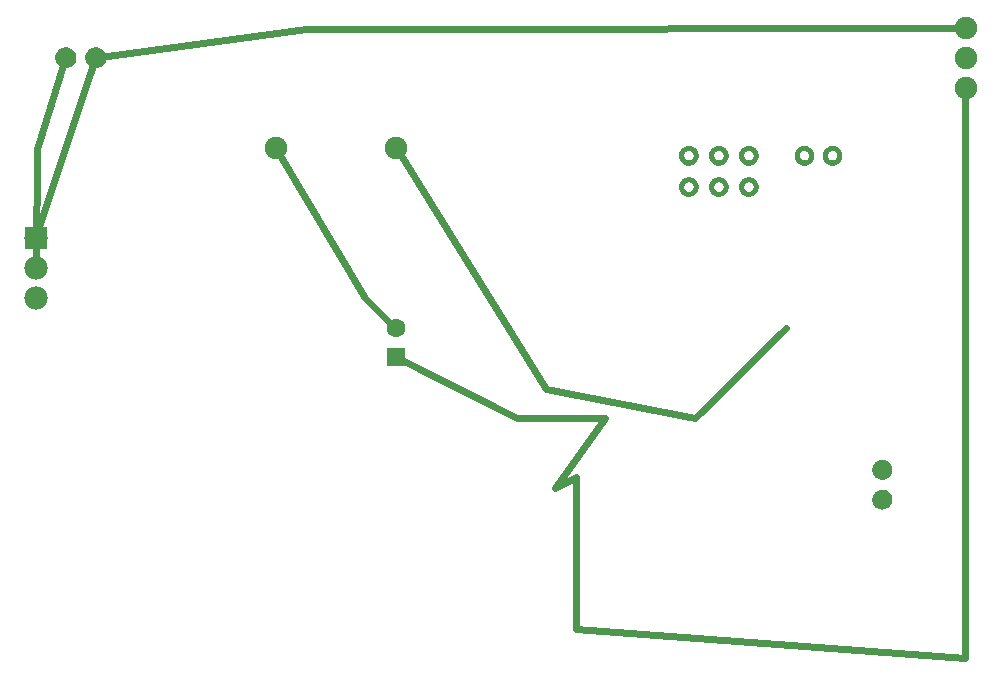
<source format=gbl>
G04 MADE WITH FRITZING*
G04 WWW.FRITZING.ORG*
G04 DOUBLE SIDED*
G04 HOLES PLATED*
G04 CONTOUR ON CENTER OF CONTOUR VECTOR*
%ASAXBY*%
%FSLAX23Y23*%
%MOIN*%
%OFA0B0*%
%SFA1.0B1.0*%
%ADD10C,0.062992*%
%ADD11C,0.070000*%
%ADD12C,0.078000*%
%ADD13C,0.065972*%
%ADD14C,0.075000*%
%ADD15R,0.062992X0.062992*%
%ADD16R,0.078000X0.078000*%
%ADD17C,0.024000*%
%ADD18R,0.001000X0.001000*%
%LNCOPPER0*%
G90*
G70*
G54D10*
X1244Y1057D03*
X1244Y1156D03*
G54D11*
X144Y2056D03*
X244Y2056D03*
G54D12*
X44Y1456D03*
X44Y1356D03*
X44Y1256D03*
G54D13*
X2867Y583D03*
X2867Y682D03*
G54D14*
X3144Y2156D03*
X3144Y2056D03*
X3144Y1956D03*
X844Y1756D03*
X1244Y1756D03*
G54D15*
X1244Y1057D03*
G54D16*
X44Y1456D03*
G54D17*
X946Y2151D02*
X1044Y2151D01*
D02*
X1044Y2151D02*
X1161Y2151D01*
D02*
X1161Y2151D02*
X3127Y2156D01*
D02*
X259Y2058D02*
X946Y2151D01*
D02*
X50Y1474D02*
X240Y2041D01*
D02*
X1141Y1254D02*
X853Y1740D01*
D02*
X1233Y1166D02*
X1141Y1254D01*
D02*
X45Y1375D02*
X49Y1751D01*
D02*
X49Y1751D02*
X140Y2041D01*
D02*
X1844Y659D02*
X1775Y620D01*
D02*
X1941Y854D02*
X1648Y854D01*
D02*
X1775Y620D02*
X1941Y854D01*
D02*
X1844Y152D02*
X1844Y659D01*
D02*
X3141Y1956D02*
X3141Y54D01*
D02*
X3127Y1956D02*
X3141Y1956D01*
D02*
X3141Y54D02*
X1844Y152D01*
D02*
X1648Y854D02*
X1259Y1050D01*
D02*
X1746Y951D02*
X1254Y1741D01*
D02*
X2544Y1156D02*
X2243Y854D01*
D02*
X2243Y854D02*
X1746Y951D01*
G54D18*
X138Y2090D02*
X152Y2090D01*
X238Y2090D02*
X252Y2090D01*
X135Y2089D02*
X155Y2089D01*
X235Y2089D02*
X255Y2089D01*
X132Y2088D02*
X158Y2088D01*
X232Y2088D02*
X258Y2088D01*
X130Y2087D02*
X160Y2087D01*
X230Y2087D02*
X260Y2087D01*
X128Y2086D02*
X162Y2086D01*
X228Y2086D02*
X262Y2086D01*
X126Y2085D02*
X164Y2085D01*
X226Y2085D02*
X264Y2085D01*
X125Y2084D02*
X165Y2084D01*
X225Y2084D02*
X265Y2084D01*
X123Y2083D02*
X166Y2083D01*
X223Y2083D02*
X266Y2083D01*
X122Y2082D02*
X168Y2082D01*
X222Y2082D02*
X268Y2082D01*
X121Y2081D02*
X169Y2081D01*
X221Y2081D02*
X269Y2081D01*
X120Y2080D02*
X170Y2080D01*
X220Y2080D02*
X270Y2080D01*
X119Y2079D02*
X171Y2079D01*
X219Y2079D02*
X271Y2079D01*
X118Y2078D02*
X171Y2078D01*
X218Y2078D02*
X271Y2078D01*
X118Y2077D02*
X172Y2077D01*
X218Y2077D02*
X272Y2077D01*
X117Y2076D02*
X173Y2076D01*
X217Y2076D02*
X273Y2076D01*
X116Y2075D02*
X174Y2075D01*
X216Y2075D02*
X274Y2075D01*
X116Y2074D02*
X174Y2074D01*
X216Y2074D02*
X274Y2074D01*
X115Y2073D02*
X175Y2073D01*
X215Y2073D02*
X275Y2073D01*
X115Y2072D02*
X175Y2072D01*
X215Y2072D02*
X275Y2072D01*
X114Y2071D02*
X176Y2071D01*
X214Y2071D02*
X276Y2071D01*
X114Y2070D02*
X139Y2070D01*
X151Y2070D02*
X176Y2070D01*
X214Y2070D02*
X239Y2070D01*
X251Y2070D02*
X276Y2070D01*
X113Y2069D02*
X137Y2069D01*
X153Y2069D02*
X177Y2069D01*
X213Y2069D02*
X237Y2069D01*
X253Y2069D02*
X277Y2069D01*
X113Y2068D02*
X136Y2068D01*
X154Y2068D02*
X177Y2068D01*
X213Y2068D02*
X236Y2068D01*
X254Y2068D02*
X277Y2068D01*
X112Y2067D02*
X134Y2067D01*
X155Y2067D02*
X177Y2067D01*
X212Y2067D02*
X234Y2067D01*
X255Y2067D02*
X277Y2067D01*
X112Y2066D02*
X133Y2066D01*
X156Y2066D02*
X178Y2066D01*
X212Y2066D02*
X233Y2066D01*
X256Y2066D02*
X278Y2066D01*
X112Y2065D02*
X133Y2065D01*
X157Y2065D02*
X178Y2065D01*
X212Y2065D02*
X233Y2065D01*
X257Y2065D02*
X278Y2065D01*
X112Y2064D02*
X132Y2064D01*
X158Y2064D02*
X178Y2064D01*
X212Y2064D02*
X232Y2064D01*
X258Y2064D02*
X278Y2064D01*
X111Y2063D02*
X131Y2063D01*
X159Y2063D02*
X179Y2063D01*
X211Y2063D02*
X231Y2063D01*
X259Y2063D02*
X279Y2063D01*
X111Y2062D02*
X131Y2062D01*
X159Y2062D02*
X179Y2062D01*
X211Y2062D02*
X231Y2062D01*
X259Y2062D02*
X279Y2062D01*
X111Y2061D02*
X130Y2061D01*
X160Y2061D02*
X179Y2061D01*
X211Y2061D02*
X230Y2061D01*
X260Y2061D02*
X279Y2061D01*
X111Y2060D02*
X130Y2060D01*
X160Y2060D02*
X179Y2060D01*
X211Y2060D02*
X230Y2060D01*
X260Y2060D02*
X279Y2060D01*
X111Y2059D02*
X130Y2059D01*
X160Y2059D02*
X179Y2059D01*
X211Y2059D02*
X230Y2059D01*
X260Y2059D02*
X279Y2059D01*
X111Y2058D02*
X130Y2058D01*
X160Y2058D02*
X179Y2058D01*
X211Y2058D02*
X230Y2058D01*
X260Y2058D02*
X279Y2058D01*
X111Y2057D02*
X130Y2057D01*
X160Y2057D02*
X179Y2057D01*
X210Y2057D02*
X230Y2057D01*
X260Y2057D02*
X279Y2057D01*
X110Y2056D02*
X129Y2056D01*
X160Y2056D02*
X179Y2056D01*
X210Y2056D02*
X229Y2056D01*
X260Y2056D02*
X279Y2056D01*
X110Y2055D02*
X130Y2055D01*
X160Y2055D02*
X179Y2055D01*
X210Y2055D02*
X229Y2055D01*
X260Y2055D02*
X279Y2055D01*
X111Y2054D02*
X130Y2054D01*
X160Y2054D02*
X179Y2054D01*
X211Y2054D02*
X230Y2054D01*
X260Y2054D02*
X279Y2054D01*
X111Y2053D02*
X130Y2053D01*
X160Y2053D02*
X179Y2053D01*
X211Y2053D02*
X230Y2053D01*
X260Y2053D02*
X279Y2053D01*
X111Y2052D02*
X130Y2052D01*
X160Y2052D02*
X179Y2052D01*
X211Y2052D02*
X230Y2052D01*
X260Y2052D02*
X279Y2052D01*
X111Y2051D02*
X130Y2051D01*
X160Y2051D02*
X179Y2051D01*
X211Y2051D02*
X230Y2051D01*
X260Y2051D02*
X279Y2051D01*
X111Y2050D02*
X130Y2050D01*
X159Y2050D02*
X179Y2050D01*
X211Y2050D02*
X230Y2050D01*
X259Y2050D02*
X279Y2050D01*
X111Y2049D02*
X131Y2049D01*
X159Y2049D02*
X179Y2049D01*
X211Y2049D02*
X231Y2049D01*
X259Y2049D02*
X279Y2049D01*
X111Y2048D02*
X132Y2048D01*
X158Y2048D02*
X178Y2048D01*
X211Y2048D02*
X232Y2048D01*
X258Y2048D02*
X278Y2048D01*
X112Y2047D02*
X132Y2047D01*
X158Y2047D02*
X178Y2047D01*
X212Y2047D02*
X232Y2047D01*
X258Y2047D02*
X278Y2047D01*
X112Y2046D02*
X133Y2046D01*
X157Y2046D02*
X178Y2046D01*
X212Y2046D02*
X233Y2046D01*
X257Y2046D02*
X278Y2046D01*
X112Y2045D02*
X134Y2045D01*
X156Y2045D02*
X178Y2045D01*
X212Y2045D02*
X234Y2045D01*
X256Y2045D02*
X277Y2045D01*
X113Y2044D02*
X135Y2044D01*
X155Y2044D02*
X177Y2044D01*
X213Y2044D02*
X235Y2044D01*
X255Y2044D02*
X277Y2044D01*
X113Y2043D02*
X137Y2043D01*
X153Y2043D02*
X177Y2043D01*
X213Y2043D02*
X237Y2043D01*
X253Y2043D02*
X277Y2043D01*
X113Y2042D02*
X138Y2042D01*
X152Y2042D02*
X176Y2042D01*
X213Y2042D02*
X238Y2042D01*
X252Y2042D02*
X276Y2042D01*
X114Y2041D02*
X142Y2041D01*
X147Y2041D02*
X176Y2041D01*
X214Y2041D02*
X242Y2041D01*
X247Y2041D02*
X276Y2041D01*
X114Y2040D02*
X175Y2040D01*
X214Y2040D02*
X275Y2040D01*
X115Y2039D02*
X175Y2039D01*
X215Y2039D02*
X275Y2039D01*
X116Y2038D02*
X174Y2038D01*
X216Y2038D02*
X274Y2038D01*
X116Y2037D02*
X174Y2037D01*
X216Y2037D02*
X274Y2037D01*
X117Y2036D02*
X173Y2036D01*
X217Y2036D02*
X273Y2036D01*
X117Y2035D02*
X172Y2035D01*
X217Y2035D02*
X272Y2035D01*
X118Y2034D02*
X172Y2034D01*
X218Y2034D02*
X272Y2034D01*
X119Y2033D02*
X171Y2033D01*
X219Y2033D02*
X271Y2033D01*
X120Y2032D02*
X170Y2032D01*
X220Y2032D02*
X270Y2032D01*
X121Y2031D02*
X169Y2031D01*
X221Y2031D02*
X269Y2031D01*
X122Y2030D02*
X168Y2030D01*
X222Y2030D02*
X268Y2030D01*
X123Y2029D02*
X167Y2029D01*
X223Y2029D02*
X267Y2029D01*
X124Y2028D02*
X165Y2028D01*
X224Y2028D02*
X265Y2028D01*
X126Y2027D02*
X164Y2027D01*
X226Y2027D02*
X264Y2027D01*
X127Y2026D02*
X162Y2026D01*
X227Y2026D02*
X262Y2026D01*
X129Y2025D02*
X161Y2025D01*
X229Y2025D02*
X261Y2025D01*
X131Y2024D02*
X158Y2024D01*
X231Y2024D02*
X258Y2024D01*
X134Y2023D02*
X156Y2023D01*
X234Y2023D02*
X256Y2023D01*
X137Y2022D02*
X153Y2022D01*
X237Y2022D02*
X253Y2022D01*
X143Y2021D02*
X147Y2021D01*
X243Y2021D02*
X247Y2021D01*
X2216Y1761D02*
X2228Y1761D01*
X2316Y1761D02*
X2328Y1761D01*
X2416Y1761D02*
X2428Y1761D01*
X2601Y1761D02*
X2613Y1761D01*
X2695Y1761D02*
X2707Y1761D01*
X2212Y1760D02*
X2232Y1760D01*
X2312Y1760D02*
X2332Y1760D01*
X2412Y1760D02*
X2431Y1760D01*
X2597Y1760D02*
X2617Y1760D01*
X2691Y1760D02*
X2711Y1760D01*
X2209Y1759D02*
X2234Y1759D01*
X2309Y1759D02*
X2334Y1759D01*
X2409Y1759D02*
X2434Y1759D01*
X2595Y1759D02*
X2620Y1759D01*
X2689Y1759D02*
X2713Y1759D01*
X2207Y1758D02*
X2236Y1758D01*
X2307Y1758D02*
X2336Y1758D01*
X2407Y1758D02*
X2436Y1758D01*
X2593Y1758D02*
X2622Y1758D01*
X2686Y1758D02*
X2715Y1758D01*
X2205Y1757D02*
X2238Y1757D01*
X2305Y1757D02*
X2338Y1757D01*
X2405Y1757D02*
X2438Y1757D01*
X2591Y1757D02*
X2623Y1757D01*
X2685Y1757D02*
X2717Y1757D01*
X2204Y1756D02*
X2240Y1756D01*
X2304Y1756D02*
X2340Y1756D01*
X2404Y1756D02*
X2440Y1756D01*
X2589Y1756D02*
X2625Y1756D01*
X2683Y1756D02*
X2719Y1756D01*
X2202Y1755D02*
X2241Y1755D01*
X2302Y1755D02*
X2341Y1755D01*
X2402Y1755D02*
X2441Y1755D01*
X2588Y1755D02*
X2627Y1755D01*
X2682Y1755D02*
X2720Y1755D01*
X2201Y1754D02*
X2243Y1754D01*
X2301Y1754D02*
X2343Y1754D01*
X2401Y1754D02*
X2442Y1754D01*
X2586Y1754D02*
X2628Y1754D01*
X2680Y1754D02*
X2722Y1754D01*
X2200Y1753D02*
X2244Y1753D01*
X2300Y1753D02*
X2344Y1753D01*
X2400Y1753D02*
X2444Y1753D01*
X2585Y1753D02*
X2629Y1753D01*
X2679Y1753D02*
X2723Y1753D01*
X2199Y1752D02*
X2245Y1752D01*
X2299Y1752D02*
X2345Y1752D01*
X2399Y1752D02*
X2445Y1752D01*
X2584Y1752D02*
X2630Y1752D01*
X2678Y1752D02*
X2724Y1752D01*
X2198Y1751D02*
X2246Y1751D01*
X2298Y1751D02*
X2346Y1751D01*
X2398Y1751D02*
X2446Y1751D01*
X2583Y1751D02*
X2631Y1751D01*
X2677Y1751D02*
X2725Y1751D01*
X2197Y1750D02*
X2247Y1750D01*
X2297Y1750D02*
X2346Y1750D01*
X2397Y1750D02*
X2446Y1750D01*
X2582Y1750D02*
X2632Y1750D01*
X2676Y1750D02*
X2726Y1750D01*
X2196Y1749D02*
X2247Y1749D01*
X2296Y1749D02*
X2347Y1749D01*
X2396Y1749D02*
X2447Y1749D01*
X2582Y1749D02*
X2633Y1749D01*
X2675Y1749D02*
X2726Y1749D01*
X2196Y1748D02*
X2248Y1748D01*
X2296Y1748D02*
X2348Y1748D01*
X2396Y1748D02*
X2448Y1748D01*
X2581Y1748D02*
X2633Y1748D01*
X2675Y1748D02*
X2727Y1748D01*
X2195Y1747D02*
X2249Y1747D01*
X2295Y1747D02*
X2349Y1747D01*
X2395Y1747D02*
X2449Y1747D01*
X2580Y1747D02*
X2634Y1747D01*
X2674Y1747D02*
X2728Y1747D01*
X2194Y1746D02*
X2249Y1746D01*
X2294Y1746D02*
X2349Y1746D01*
X2394Y1746D02*
X2449Y1746D01*
X2580Y1746D02*
X2635Y1746D01*
X2673Y1746D02*
X2728Y1746D01*
X2194Y1745D02*
X2250Y1745D01*
X2294Y1745D02*
X2350Y1745D01*
X2394Y1745D02*
X2450Y1745D01*
X2579Y1745D02*
X2635Y1745D01*
X2673Y1745D02*
X2729Y1745D01*
X2193Y1744D02*
X2217Y1744D01*
X2226Y1744D02*
X2250Y1744D01*
X2293Y1744D02*
X2317Y1744D01*
X2326Y1744D02*
X2350Y1744D01*
X2393Y1744D02*
X2417Y1744D01*
X2426Y1744D02*
X2450Y1744D01*
X2579Y1744D02*
X2603Y1744D01*
X2612Y1744D02*
X2636Y1744D01*
X2672Y1744D02*
X2697Y1744D01*
X2705Y1744D02*
X2729Y1744D01*
X2193Y1743D02*
X2215Y1743D01*
X2229Y1743D02*
X2251Y1743D01*
X2293Y1743D02*
X2315Y1743D01*
X2329Y1743D02*
X2351Y1743D01*
X2393Y1743D02*
X2415Y1743D01*
X2429Y1743D02*
X2451Y1743D01*
X2578Y1743D02*
X2600Y1743D01*
X2614Y1743D02*
X2636Y1743D01*
X2672Y1743D02*
X2694Y1743D01*
X2708Y1743D02*
X2730Y1743D01*
X2192Y1742D02*
X2213Y1742D01*
X2231Y1742D02*
X2251Y1742D01*
X2292Y1742D02*
X2313Y1742D01*
X2331Y1742D02*
X2351Y1742D01*
X2392Y1742D02*
X2413Y1742D01*
X2431Y1742D02*
X2451Y1742D01*
X2578Y1742D02*
X2598Y1742D01*
X2616Y1742D02*
X2637Y1742D01*
X2671Y1742D02*
X2692Y1742D01*
X2710Y1742D02*
X2730Y1742D01*
X2192Y1741D02*
X2212Y1741D01*
X2232Y1741D02*
X2252Y1741D01*
X2292Y1741D02*
X2312Y1741D01*
X2332Y1741D02*
X2352Y1741D01*
X2392Y1741D02*
X2412Y1741D01*
X2432Y1741D02*
X2452Y1741D01*
X2577Y1741D02*
X2597Y1741D01*
X2617Y1741D02*
X2637Y1741D01*
X2671Y1741D02*
X2691Y1741D01*
X2711Y1741D02*
X2731Y1741D01*
X2191Y1740D02*
X2210Y1740D01*
X2233Y1740D02*
X2252Y1740D01*
X2291Y1740D02*
X2310Y1740D01*
X2333Y1740D02*
X2352Y1740D01*
X2391Y1740D02*
X2410Y1740D01*
X2433Y1740D02*
X2452Y1740D01*
X2577Y1740D02*
X2596Y1740D01*
X2619Y1740D02*
X2638Y1740D01*
X2671Y1740D02*
X2690Y1740D01*
X2712Y1740D02*
X2731Y1740D01*
X2191Y1739D02*
X2210Y1739D01*
X2234Y1739D02*
X2252Y1739D01*
X2291Y1739D02*
X2310Y1739D01*
X2334Y1739D02*
X2352Y1739D01*
X2391Y1739D02*
X2410Y1739D01*
X2434Y1739D02*
X2452Y1739D01*
X2576Y1739D02*
X2595Y1739D01*
X2619Y1739D02*
X2638Y1739D01*
X2670Y1739D02*
X2689Y1739D01*
X2713Y1739D02*
X2732Y1739D01*
X2191Y1738D02*
X2209Y1738D01*
X2235Y1738D02*
X2253Y1738D01*
X2291Y1738D02*
X2309Y1738D01*
X2335Y1738D02*
X2353Y1738D01*
X2391Y1738D02*
X2409Y1738D01*
X2435Y1738D02*
X2453Y1738D01*
X2576Y1738D02*
X2594Y1738D01*
X2620Y1738D02*
X2638Y1738D01*
X2670Y1738D02*
X2688Y1738D01*
X2714Y1738D02*
X2732Y1738D01*
X2191Y1737D02*
X2208Y1737D01*
X2236Y1737D02*
X2253Y1737D01*
X2291Y1737D02*
X2308Y1737D01*
X2336Y1737D02*
X2353Y1737D01*
X2390Y1737D02*
X2408Y1737D01*
X2436Y1737D02*
X2453Y1737D01*
X2576Y1737D02*
X2593Y1737D01*
X2621Y1737D02*
X2638Y1737D01*
X2670Y1737D02*
X2687Y1737D01*
X2715Y1737D02*
X2732Y1737D01*
X2190Y1736D02*
X2207Y1736D01*
X2236Y1736D02*
X2253Y1736D01*
X2290Y1736D02*
X2307Y1736D01*
X2336Y1736D02*
X2353Y1736D01*
X2390Y1736D02*
X2407Y1736D01*
X2436Y1736D02*
X2453Y1736D01*
X2576Y1736D02*
X2593Y1736D01*
X2622Y1736D02*
X2639Y1736D01*
X2669Y1736D02*
X2686Y1736D01*
X2715Y1736D02*
X2732Y1736D01*
X2190Y1735D02*
X2207Y1735D01*
X2237Y1735D02*
X2254Y1735D01*
X2290Y1735D02*
X2307Y1735D01*
X2337Y1735D02*
X2354Y1735D01*
X2390Y1735D02*
X2407Y1735D01*
X2437Y1735D02*
X2454Y1735D01*
X2575Y1735D02*
X2592Y1735D01*
X2622Y1735D02*
X2639Y1735D01*
X2669Y1735D02*
X2686Y1735D01*
X2716Y1735D02*
X2733Y1735D01*
X2190Y1734D02*
X2206Y1734D01*
X2237Y1734D02*
X2254Y1734D01*
X2290Y1734D02*
X2306Y1734D01*
X2337Y1734D02*
X2354Y1734D01*
X2390Y1734D02*
X2406Y1734D01*
X2437Y1734D02*
X2454Y1734D01*
X2575Y1734D02*
X2592Y1734D01*
X2623Y1734D02*
X2639Y1734D01*
X2669Y1734D02*
X2686Y1734D01*
X2716Y1734D02*
X2733Y1734D01*
X2190Y1733D02*
X2206Y1733D01*
X2237Y1733D02*
X2254Y1733D01*
X2290Y1733D02*
X2306Y1733D01*
X2337Y1733D02*
X2354Y1733D01*
X2390Y1733D02*
X2406Y1733D01*
X2437Y1733D02*
X2454Y1733D01*
X2575Y1733D02*
X2592Y1733D01*
X2623Y1733D02*
X2639Y1733D01*
X2669Y1733D02*
X2685Y1733D01*
X2717Y1733D02*
X2733Y1733D01*
X2190Y1732D02*
X2206Y1732D01*
X2238Y1732D02*
X2254Y1732D01*
X2290Y1732D02*
X2306Y1732D01*
X2338Y1732D02*
X2354Y1732D01*
X2389Y1732D02*
X2406Y1732D01*
X2438Y1732D02*
X2454Y1732D01*
X2575Y1732D02*
X2591Y1732D01*
X2623Y1732D02*
X2639Y1732D01*
X2669Y1732D02*
X2685Y1732D01*
X2717Y1732D02*
X2733Y1732D01*
X2189Y1731D02*
X2206Y1731D01*
X2238Y1731D02*
X2254Y1731D01*
X2289Y1731D02*
X2306Y1731D01*
X2338Y1731D02*
X2354Y1731D01*
X2389Y1731D02*
X2406Y1731D01*
X2438Y1731D02*
X2454Y1731D01*
X2575Y1731D02*
X2591Y1731D01*
X2623Y1731D02*
X2640Y1731D01*
X2669Y1731D02*
X2685Y1731D01*
X2717Y1731D02*
X2733Y1731D01*
X2189Y1730D02*
X2206Y1730D01*
X2238Y1730D02*
X2254Y1730D01*
X2289Y1730D02*
X2306Y1730D01*
X2338Y1730D02*
X2354Y1730D01*
X2389Y1730D02*
X2406Y1730D01*
X2438Y1730D02*
X2454Y1730D01*
X2575Y1730D02*
X2591Y1730D01*
X2623Y1730D02*
X2640Y1730D01*
X2669Y1730D02*
X2685Y1730D01*
X2717Y1730D02*
X2733Y1730D01*
X2189Y1729D02*
X2206Y1729D01*
X2238Y1729D02*
X2254Y1729D01*
X2289Y1729D02*
X2306Y1729D01*
X2338Y1729D02*
X2354Y1729D01*
X2389Y1729D02*
X2406Y1729D01*
X2438Y1729D02*
X2454Y1729D01*
X2575Y1729D02*
X2591Y1729D01*
X2623Y1729D02*
X2640Y1729D01*
X2668Y1729D02*
X2685Y1729D01*
X2717Y1729D02*
X2733Y1729D01*
X2189Y1728D02*
X2206Y1728D01*
X2238Y1728D02*
X2254Y1728D01*
X2289Y1728D02*
X2306Y1728D01*
X2338Y1728D02*
X2354Y1728D01*
X2389Y1728D02*
X2406Y1728D01*
X2438Y1728D02*
X2454Y1728D01*
X2575Y1728D02*
X2591Y1728D01*
X2623Y1728D02*
X2640Y1728D01*
X2668Y1728D02*
X2685Y1728D01*
X2717Y1728D02*
X2733Y1728D01*
X2189Y1727D02*
X2206Y1727D01*
X2238Y1727D02*
X2254Y1727D01*
X2289Y1727D02*
X2306Y1727D01*
X2338Y1727D02*
X2354Y1727D01*
X2389Y1727D02*
X2406Y1727D01*
X2438Y1727D02*
X2454Y1727D01*
X2575Y1727D02*
X2591Y1727D01*
X2623Y1727D02*
X2640Y1727D01*
X2669Y1727D02*
X2685Y1727D01*
X2717Y1727D02*
X2733Y1727D01*
X2189Y1726D02*
X2206Y1726D01*
X2238Y1726D02*
X2254Y1726D01*
X2289Y1726D02*
X2306Y1726D01*
X2338Y1726D02*
X2354Y1726D01*
X2389Y1726D02*
X2406Y1726D01*
X2438Y1726D02*
X2454Y1726D01*
X2575Y1726D02*
X2591Y1726D01*
X2623Y1726D02*
X2640Y1726D01*
X2669Y1726D02*
X2685Y1726D01*
X2717Y1726D02*
X2733Y1726D01*
X2190Y1725D02*
X2206Y1725D01*
X2238Y1725D02*
X2254Y1725D01*
X2290Y1725D02*
X2306Y1725D01*
X2338Y1725D02*
X2354Y1725D01*
X2390Y1725D02*
X2406Y1725D01*
X2438Y1725D02*
X2454Y1725D01*
X2575Y1725D02*
X2591Y1725D01*
X2623Y1725D02*
X2639Y1725D01*
X2669Y1725D02*
X2685Y1725D01*
X2717Y1725D02*
X2733Y1725D01*
X2190Y1724D02*
X2206Y1724D01*
X2237Y1724D02*
X2254Y1724D01*
X2290Y1724D02*
X2306Y1724D01*
X2337Y1724D02*
X2354Y1724D01*
X2390Y1724D02*
X2406Y1724D01*
X2437Y1724D02*
X2454Y1724D01*
X2575Y1724D02*
X2592Y1724D01*
X2623Y1724D02*
X2639Y1724D01*
X2669Y1724D02*
X2685Y1724D01*
X2716Y1724D02*
X2733Y1724D01*
X2190Y1723D02*
X2207Y1723D01*
X2237Y1723D02*
X2254Y1723D01*
X2290Y1723D02*
X2307Y1723D01*
X2337Y1723D02*
X2354Y1723D01*
X2390Y1723D02*
X2407Y1723D01*
X2437Y1723D02*
X2454Y1723D01*
X2575Y1723D02*
X2592Y1723D01*
X2622Y1723D02*
X2639Y1723D01*
X2669Y1723D02*
X2686Y1723D01*
X2716Y1723D02*
X2733Y1723D01*
X2190Y1722D02*
X2207Y1722D01*
X2236Y1722D02*
X2253Y1722D01*
X2290Y1722D02*
X2307Y1722D01*
X2336Y1722D02*
X2353Y1722D01*
X2390Y1722D02*
X2407Y1722D01*
X2436Y1722D02*
X2453Y1722D01*
X2576Y1722D02*
X2593Y1722D01*
X2622Y1722D02*
X2639Y1722D01*
X2669Y1722D02*
X2686Y1722D01*
X2716Y1722D02*
X2733Y1722D01*
X2190Y1721D02*
X2208Y1721D01*
X2236Y1721D02*
X2253Y1721D01*
X2290Y1721D02*
X2308Y1721D01*
X2336Y1721D02*
X2353Y1721D01*
X2390Y1721D02*
X2408Y1721D01*
X2436Y1721D02*
X2453Y1721D01*
X2576Y1721D02*
X2593Y1721D01*
X2621Y1721D02*
X2639Y1721D01*
X2670Y1721D02*
X2687Y1721D01*
X2715Y1721D02*
X2732Y1721D01*
X2191Y1720D02*
X2208Y1720D01*
X2235Y1720D02*
X2253Y1720D01*
X2291Y1720D02*
X2308Y1720D01*
X2335Y1720D02*
X2353Y1720D01*
X2391Y1720D02*
X2408Y1720D01*
X2435Y1720D02*
X2453Y1720D01*
X2576Y1720D02*
X2594Y1720D01*
X2621Y1720D02*
X2638Y1720D01*
X2670Y1720D02*
X2687Y1720D01*
X2714Y1720D02*
X2732Y1720D01*
X2191Y1719D02*
X2209Y1719D01*
X2234Y1719D02*
X2253Y1719D01*
X2291Y1719D02*
X2309Y1719D01*
X2334Y1719D02*
X2353Y1719D01*
X2391Y1719D02*
X2409Y1719D01*
X2434Y1719D02*
X2453Y1719D01*
X2576Y1719D02*
X2595Y1719D01*
X2620Y1719D02*
X2638Y1719D01*
X2670Y1719D02*
X2688Y1719D01*
X2714Y1719D02*
X2732Y1719D01*
X2191Y1718D02*
X2210Y1718D01*
X2234Y1718D02*
X2252Y1718D01*
X2291Y1718D02*
X2310Y1718D01*
X2334Y1718D02*
X2352Y1718D01*
X2391Y1718D02*
X2410Y1718D01*
X2434Y1718D02*
X2452Y1718D01*
X2577Y1718D02*
X2595Y1718D01*
X2619Y1718D02*
X2638Y1718D01*
X2670Y1718D02*
X2689Y1718D01*
X2713Y1718D02*
X2731Y1718D01*
X2192Y1717D02*
X2211Y1717D01*
X2232Y1717D02*
X2252Y1717D01*
X2292Y1717D02*
X2311Y1717D01*
X2332Y1717D02*
X2352Y1717D01*
X2392Y1717D02*
X2411Y1717D01*
X2432Y1717D02*
X2452Y1717D01*
X2577Y1717D02*
X2597Y1717D01*
X2618Y1717D02*
X2637Y1717D01*
X2671Y1717D02*
X2690Y1717D01*
X2712Y1717D02*
X2731Y1717D01*
X2192Y1716D02*
X2212Y1716D01*
X2231Y1716D02*
X2252Y1716D01*
X2292Y1716D02*
X2312Y1716D01*
X2331Y1716D02*
X2352Y1716D01*
X2392Y1716D02*
X2412Y1716D01*
X2431Y1716D02*
X2452Y1716D01*
X2577Y1716D02*
X2598Y1716D01*
X2617Y1716D02*
X2637Y1716D01*
X2671Y1716D02*
X2691Y1716D01*
X2710Y1716D02*
X2731Y1716D01*
X2193Y1715D02*
X2214Y1715D01*
X2230Y1715D02*
X2251Y1715D01*
X2293Y1715D02*
X2314Y1715D01*
X2330Y1715D02*
X2351Y1715D01*
X2393Y1715D02*
X2414Y1715D01*
X2430Y1715D02*
X2451Y1715D01*
X2578Y1715D02*
X2599Y1715D01*
X2615Y1715D02*
X2636Y1715D01*
X2672Y1715D02*
X2693Y1715D01*
X2709Y1715D02*
X2730Y1715D01*
X2193Y1714D02*
X2216Y1714D01*
X2228Y1714D02*
X2251Y1714D01*
X2293Y1714D02*
X2316Y1714D01*
X2328Y1714D02*
X2351Y1714D01*
X2393Y1714D02*
X2416Y1714D01*
X2428Y1714D02*
X2451Y1714D01*
X2578Y1714D02*
X2601Y1714D01*
X2613Y1714D02*
X2636Y1714D01*
X2672Y1714D02*
X2695Y1714D01*
X2707Y1714D02*
X2730Y1714D01*
X2194Y1713D02*
X2250Y1713D01*
X2294Y1713D02*
X2350Y1713D01*
X2394Y1713D02*
X2450Y1713D01*
X2579Y1713D02*
X2635Y1713D01*
X2673Y1713D02*
X2729Y1713D01*
X2194Y1712D02*
X2250Y1712D01*
X2294Y1712D02*
X2350Y1712D01*
X2394Y1712D02*
X2449Y1712D01*
X2579Y1712D02*
X2635Y1712D01*
X2673Y1712D02*
X2729Y1712D01*
X2195Y1711D02*
X2249Y1711D01*
X2295Y1711D02*
X2349Y1711D01*
X2395Y1711D02*
X2449Y1711D01*
X2580Y1711D02*
X2634Y1711D01*
X2674Y1711D02*
X2728Y1711D01*
X2195Y1710D02*
X2248Y1710D01*
X2295Y1710D02*
X2348Y1710D01*
X2395Y1710D02*
X2448Y1710D01*
X2581Y1710D02*
X2634Y1710D01*
X2674Y1710D02*
X2727Y1710D01*
X2196Y1709D02*
X2248Y1709D01*
X2296Y1709D02*
X2348Y1709D01*
X2396Y1709D02*
X2448Y1709D01*
X2581Y1709D02*
X2633Y1709D01*
X2675Y1709D02*
X2727Y1709D01*
X2197Y1708D02*
X2247Y1708D01*
X2297Y1708D02*
X2347Y1708D01*
X2397Y1708D02*
X2447Y1708D01*
X2582Y1708D02*
X2632Y1708D01*
X2676Y1708D02*
X2726Y1708D01*
X2198Y1707D02*
X2246Y1707D01*
X2298Y1707D02*
X2346Y1707D01*
X2398Y1707D02*
X2446Y1707D01*
X2583Y1707D02*
X2631Y1707D01*
X2677Y1707D02*
X2725Y1707D01*
X2199Y1706D02*
X2245Y1706D01*
X2299Y1706D02*
X2345Y1706D01*
X2398Y1706D02*
X2445Y1706D01*
X2584Y1706D02*
X2630Y1706D01*
X2678Y1706D02*
X2724Y1706D01*
X2200Y1705D02*
X2244Y1705D01*
X2300Y1705D02*
X2344Y1705D01*
X2399Y1705D02*
X2444Y1705D01*
X2585Y1705D02*
X2629Y1705D01*
X2679Y1705D02*
X2723Y1705D01*
X2201Y1704D02*
X2243Y1704D01*
X2301Y1704D02*
X2343Y1704D01*
X2401Y1704D02*
X2443Y1704D01*
X2586Y1704D02*
X2628Y1704D01*
X2680Y1704D02*
X2722Y1704D01*
X2202Y1703D02*
X2242Y1703D01*
X2302Y1703D02*
X2342Y1703D01*
X2402Y1703D02*
X2442Y1703D01*
X2587Y1703D02*
X2627Y1703D01*
X2681Y1703D02*
X2721Y1703D01*
X2203Y1702D02*
X2240Y1702D01*
X2303Y1702D02*
X2340Y1702D01*
X2403Y1702D02*
X2440Y1702D01*
X2589Y1702D02*
X2626Y1702D01*
X2682Y1702D02*
X2719Y1702D01*
X2205Y1701D02*
X2239Y1701D01*
X2305Y1701D02*
X2339Y1701D01*
X2405Y1701D02*
X2439Y1701D01*
X2590Y1701D02*
X2624Y1701D01*
X2684Y1701D02*
X2718Y1701D01*
X2207Y1700D02*
X2237Y1700D01*
X2307Y1700D02*
X2337Y1700D01*
X2407Y1700D02*
X2437Y1700D01*
X2592Y1700D02*
X2622Y1700D01*
X2686Y1700D02*
X2716Y1700D01*
X2209Y1699D02*
X2235Y1699D01*
X2309Y1699D02*
X2335Y1699D01*
X2409Y1699D02*
X2435Y1699D01*
X2594Y1699D02*
X2620Y1699D01*
X2688Y1699D02*
X2714Y1699D01*
X2211Y1698D02*
X2233Y1698D01*
X2311Y1698D02*
X2333Y1698D01*
X2411Y1698D02*
X2433Y1698D01*
X2596Y1698D02*
X2618Y1698D01*
X2690Y1698D02*
X2712Y1698D01*
X2214Y1697D02*
X2229Y1697D01*
X2314Y1697D02*
X2329Y1697D01*
X2414Y1697D02*
X2429Y1697D01*
X2600Y1697D02*
X2615Y1697D01*
X2693Y1697D02*
X2709Y1697D01*
X2219Y1696D02*
X2224Y1696D01*
X2319Y1696D02*
X2324Y1696D01*
X2419Y1696D02*
X2424Y1696D01*
X2605Y1696D02*
X2610Y1696D01*
X2698Y1696D02*
X2704Y1696D01*
X2216Y1657D02*
X2227Y1657D01*
X2316Y1657D02*
X2327Y1657D01*
X2416Y1657D02*
X2427Y1657D01*
X2213Y1656D02*
X2231Y1656D01*
X2313Y1656D02*
X2331Y1656D01*
X2413Y1656D02*
X2431Y1656D01*
X2210Y1655D02*
X2234Y1655D01*
X2310Y1655D02*
X2334Y1655D01*
X2410Y1655D02*
X2434Y1655D01*
X2208Y1654D02*
X2236Y1654D01*
X2308Y1654D02*
X2336Y1654D01*
X2408Y1654D02*
X2436Y1654D01*
X2206Y1653D02*
X2238Y1653D01*
X2306Y1653D02*
X2338Y1653D01*
X2406Y1653D02*
X2438Y1653D01*
X2204Y1652D02*
X2240Y1652D01*
X2304Y1652D02*
X2340Y1652D01*
X2404Y1652D02*
X2440Y1652D01*
X2203Y1651D02*
X2241Y1651D01*
X2303Y1651D02*
X2341Y1651D01*
X2403Y1651D02*
X2441Y1651D01*
X2201Y1650D02*
X2242Y1650D01*
X2301Y1650D02*
X2342Y1650D01*
X2401Y1650D02*
X2442Y1650D01*
X2200Y1649D02*
X2243Y1649D01*
X2300Y1649D02*
X2343Y1649D01*
X2400Y1649D02*
X2443Y1649D01*
X2199Y1648D02*
X2245Y1648D01*
X2299Y1648D02*
X2345Y1648D01*
X2399Y1648D02*
X2445Y1648D01*
X2198Y1647D02*
X2245Y1647D01*
X2298Y1647D02*
X2345Y1647D01*
X2398Y1647D02*
X2445Y1647D01*
X2197Y1646D02*
X2246Y1646D01*
X2297Y1646D02*
X2346Y1646D01*
X2397Y1646D02*
X2446Y1646D01*
X2196Y1645D02*
X2247Y1645D01*
X2296Y1645D02*
X2347Y1645D01*
X2396Y1645D02*
X2447Y1645D01*
X2196Y1644D02*
X2248Y1644D01*
X2296Y1644D02*
X2348Y1644D01*
X2396Y1644D02*
X2448Y1644D01*
X2195Y1643D02*
X2249Y1643D01*
X2295Y1643D02*
X2349Y1643D01*
X2395Y1643D02*
X2449Y1643D01*
X2194Y1642D02*
X2249Y1642D01*
X2294Y1642D02*
X2349Y1642D01*
X2394Y1642D02*
X2449Y1642D01*
X2194Y1641D02*
X2250Y1641D01*
X2294Y1641D02*
X2350Y1641D01*
X2394Y1641D02*
X2450Y1641D01*
X2193Y1640D02*
X2218Y1640D01*
X2226Y1640D02*
X2250Y1640D01*
X2293Y1640D02*
X2318Y1640D01*
X2326Y1640D02*
X2350Y1640D01*
X2393Y1640D02*
X2418Y1640D01*
X2426Y1640D02*
X2450Y1640D01*
X2193Y1639D02*
X2215Y1639D01*
X2229Y1639D02*
X2251Y1639D01*
X2293Y1639D02*
X2315Y1639D01*
X2329Y1639D02*
X2351Y1639D01*
X2393Y1639D02*
X2415Y1639D01*
X2429Y1639D02*
X2451Y1639D01*
X2192Y1638D02*
X2213Y1638D01*
X2231Y1638D02*
X2251Y1638D01*
X2292Y1638D02*
X2313Y1638D01*
X2331Y1638D02*
X2351Y1638D01*
X2392Y1638D02*
X2413Y1638D01*
X2431Y1638D02*
X2451Y1638D01*
X2192Y1637D02*
X2212Y1637D01*
X2232Y1637D02*
X2252Y1637D01*
X2292Y1637D02*
X2312Y1637D01*
X2332Y1637D02*
X2352Y1637D01*
X2392Y1637D02*
X2412Y1637D01*
X2432Y1637D02*
X2452Y1637D01*
X2192Y1636D02*
X2211Y1636D01*
X2233Y1636D02*
X2252Y1636D01*
X2292Y1636D02*
X2311Y1636D01*
X2333Y1636D02*
X2352Y1636D01*
X2392Y1636D02*
X2411Y1636D01*
X2433Y1636D02*
X2452Y1636D01*
X2191Y1635D02*
X2210Y1635D01*
X2234Y1635D02*
X2252Y1635D01*
X2291Y1635D02*
X2310Y1635D01*
X2334Y1635D02*
X2352Y1635D01*
X2391Y1635D02*
X2410Y1635D01*
X2434Y1635D02*
X2452Y1635D01*
X2191Y1634D02*
X2209Y1634D01*
X2235Y1634D02*
X2253Y1634D01*
X2291Y1634D02*
X2309Y1634D01*
X2335Y1634D02*
X2353Y1634D01*
X2391Y1634D02*
X2409Y1634D01*
X2435Y1634D02*
X2453Y1634D01*
X2191Y1633D02*
X2208Y1633D01*
X2236Y1633D02*
X2253Y1633D01*
X2291Y1633D02*
X2308Y1633D01*
X2336Y1633D02*
X2353Y1633D01*
X2391Y1633D02*
X2408Y1633D01*
X2436Y1633D02*
X2453Y1633D01*
X2190Y1632D02*
X2207Y1632D01*
X2236Y1632D02*
X2253Y1632D01*
X2290Y1632D02*
X2307Y1632D01*
X2336Y1632D02*
X2353Y1632D01*
X2390Y1632D02*
X2407Y1632D01*
X2436Y1632D02*
X2453Y1632D01*
X2190Y1631D02*
X2207Y1631D01*
X2237Y1631D02*
X2254Y1631D01*
X2290Y1631D02*
X2307Y1631D01*
X2337Y1631D02*
X2354Y1631D01*
X2390Y1631D02*
X2407Y1631D01*
X2437Y1631D02*
X2454Y1631D01*
X2190Y1630D02*
X2207Y1630D01*
X2237Y1630D02*
X2254Y1630D01*
X2290Y1630D02*
X2307Y1630D01*
X2337Y1630D02*
X2354Y1630D01*
X2390Y1630D02*
X2407Y1630D01*
X2437Y1630D02*
X2454Y1630D01*
X2190Y1629D02*
X2206Y1629D01*
X2237Y1629D02*
X2254Y1629D01*
X2290Y1629D02*
X2306Y1629D01*
X2337Y1629D02*
X2354Y1629D01*
X2390Y1629D02*
X2406Y1629D01*
X2437Y1629D02*
X2454Y1629D01*
X2190Y1628D02*
X2206Y1628D01*
X2238Y1628D02*
X2254Y1628D01*
X2290Y1628D02*
X2306Y1628D01*
X2338Y1628D02*
X2354Y1628D01*
X2390Y1628D02*
X2406Y1628D01*
X2438Y1628D02*
X2454Y1628D01*
X2189Y1627D02*
X2206Y1627D01*
X2238Y1627D02*
X2254Y1627D01*
X2289Y1627D02*
X2306Y1627D01*
X2338Y1627D02*
X2354Y1627D01*
X2389Y1627D02*
X2406Y1627D01*
X2438Y1627D02*
X2454Y1627D01*
X2189Y1626D02*
X2206Y1626D01*
X2238Y1626D02*
X2254Y1626D01*
X2289Y1626D02*
X2306Y1626D01*
X2338Y1626D02*
X2354Y1626D01*
X2389Y1626D02*
X2406Y1626D01*
X2438Y1626D02*
X2454Y1626D01*
X2189Y1625D02*
X2206Y1625D01*
X2238Y1625D02*
X2254Y1625D01*
X2289Y1625D02*
X2306Y1625D01*
X2338Y1625D02*
X2354Y1625D01*
X2389Y1625D02*
X2406Y1625D01*
X2438Y1625D02*
X2454Y1625D01*
X2189Y1624D02*
X2206Y1624D01*
X2238Y1624D02*
X2254Y1624D01*
X2289Y1624D02*
X2306Y1624D01*
X2338Y1624D02*
X2354Y1624D01*
X2389Y1624D02*
X2406Y1624D01*
X2438Y1624D02*
X2454Y1624D01*
X2189Y1623D02*
X2206Y1623D01*
X2238Y1623D02*
X2254Y1623D01*
X2289Y1623D02*
X2306Y1623D01*
X2338Y1623D02*
X2354Y1623D01*
X2389Y1623D02*
X2406Y1623D01*
X2438Y1623D02*
X2454Y1623D01*
X2189Y1622D02*
X2206Y1622D01*
X2238Y1622D02*
X2254Y1622D01*
X2289Y1622D02*
X2306Y1622D01*
X2338Y1622D02*
X2354Y1622D01*
X2389Y1622D02*
X2406Y1622D01*
X2438Y1622D02*
X2454Y1622D01*
X2190Y1621D02*
X2206Y1621D01*
X2238Y1621D02*
X2254Y1621D01*
X2290Y1621D02*
X2306Y1621D01*
X2338Y1621D02*
X2354Y1621D01*
X2390Y1621D02*
X2406Y1621D01*
X2438Y1621D02*
X2454Y1621D01*
X2190Y1620D02*
X2206Y1620D01*
X2237Y1620D02*
X2254Y1620D01*
X2290Y1620D02*
X2306Y1620D01*
X2337Y1620D02*
X2354Y1620D01*
X2390Y1620D02*
X2406Y1620D01*
X2437Y1620D02*
X2454Y1620D01*
X2190Y1619D02*
X2207Y1619D01*
X2237Y1619D02*
X2254Y1619D01*
X2290Y1619D02*
X2307Y1619D01*
X2337Y1619D02*
X2354Y1619D01*
X2390Y1619D02*
X2407Y1619D01*
X2437Y1619D02*
X2454Y1619D01*
X2190Y1618D02*
X2207Y1618D01*
X2237Y1618D02*
X2254Y1618D01*
X2290Y1618D02*
X2307Y1618D01*
X2337Y1618D02*
X2354Y1618D01*
X2390Y1618D02*
X2407Y1618D01*
X2437Y1618D02*
X2453Y1618D01*
X2190Y1617D02*
X2208Y1617D01*
X2236Y1617D02*
X2253Y1617D01*
X2290Y1617D02*
X2308Y1617D01*
X2336Y1617D02*
X2353Y1617D01*
X2390Y1617D02*
X2408Y1617D01*
X2436Y1617D02*
X2453Y1617D01*
X2191Y1616D02*
X2208Y1616D01*
X2235Y1616D02*
X2253Y1616D01*
X2291Y1616D02*
X2308Y1616D01*
X2335Y1616D02*
X2353Y1616D01*
X2391Y1616D02*
X2408Y1616D01*
X2435Y1616D02*
X2453Y1616D01*
X2191Y1615D02*
X2209Y1615D01*
X2235Y1615D02*
X2253Y1615D01*
X2291Y1615D02*
X2309Y1615D01*
X2335Y1615D02*
X2353Y1615D01*
X2391Y1615D02*
X2409Y1615D01*
X2435Y1615D02*
X2453Y1615D01*
X2191Y1614D02*
X2210Y1614D01*
X2234Y1614D02*
X2252Y1614D01*
X2291Y1614D02*
X2310Y1614D01*
X2334Y1614D02*
X2352Y1614D01*
X2391Y1614D02*
X2410Y1614D01*
X2434Y1614D02*
X2452Y1614D01*
X2192Y1613D02*
X2211Y1613D01*
X2233Y1613D02*
X2252Y1613D01*
X2292Y1613D02*
X2311Y1613D01*
X2333Y1613D02*
X2352Y1613D01*
X2392Y1613D02*
X2411Y1613D01*
X2433Y1613D02*
X2452Y1613D01*
X2192Y1612D02*
X2212Y1612D01*
X2232Y1612D02*
X2252Y1612D01*
X2292Y1612D02*
X2312Y1612D01*
X2331Y1612D02*
X2352Y1612D01*
X2392Y1612D02*
X2412Y1612D01*
X2431Y1612D02*
X2452Y1612D01*
X2192Y1611D02*
X2214Y1611D01*
X2230Y1611D02*
X2251Y1611D01*
X2292Y1611D02*
X2314Y1611D01*
X2330Y1611D02*
X2351Y1611D01*
X2392Y1611D02*
X2414Y1611D01*
X2430Y1611D02*
X2451Y1611D01*
X2193Y1610D02*
X2215Y1610D01*
X2228Y1610D02*
X2251Y1610D01*
X2293Y1610D02*
X2315Y1610D01*
X2328Y1610D02*
X2351Y1610D01*
X2393Y1610D02*
X2415Y1610D01*
X2428Y1610D02*
X2451Y1610D01*
X2193Y1609D02*
X2250Y1609D01*
X2293Y1609D02*
X2350Y1609D01*
X2393Y1609D02*
X2450Y1609D01*
X2194Y1608D02*
X2250Y1608D01*
X2294Y1608D02*
X2350Y1608D01*
X2394Y1608D02*
X2450Y1608D01*
X2195Y1607D02*
X2249Y1607D01*
X2295Y1607D02*
X2349Y1607D01*
X2395Y1607D02*
X2449Y1607D01*
X2195Y1606D02*
X2248Y1606D01*
X2295Y1606D02*
X2348Y1606D01*
X2395Y1606D02*
X2448Y1606D01*
X2196Y1605D02*
X2248Y1605D01*
X2296Y1605D02*
X2348Y1605D01*
X2396Y1605D02*
X2448Y1605D01*
X2197Y1604D02*
X2247Y1604D01*
X2297Y1604D02*
X2347Y1604D01*
X2397Y1604D02*
X2447Y1604D01*
X2197Y1603D02*
X2246Y1603D01*
X2297Y1603D02*
X2346Y1603D01*
X2397Y1603D02*
X2446Y1603D01*
X2198Y1602D02*
X2245Y1602D01*
X2298Y1602D02*
X2345Y1602D01*
X2398Y1602D02*
X2445Y1602D01*
X2199Y1601D02*
X2244Y1601D01*
X2299Y1601D02*
X2344Y1601D01*
X2399Y1601D02*
X2444Y1601D01*
X2200Y1600D02*
X2243Y1600D01*
X2300Y1600D02*
X2343Y1600D01*
X2400Y1600D02*
X2443Y1600D01*
X2202Y1599D02*
X2242Y1599D01*
X2302Y1599D02*
X2342Y1599D01*
X2402Y1599D02*
X2442Y1599D01*
X2203Y1598D02*
X2241Y1598D01*
X2303Y1598D02*
X2341Y1598D01*
X2403Y1598D02*
X2441Y1598D01*
X2205Y1597D02*
X2239Y1597D01*
X2305Y1597D02*
X2339Y1597D01*
X2405Y1597D02*
X2439Y1597D01*
X2206Y1596D02*
X2237Y1596D01*
X2306Y1596D02*
X2337Y1596D01*
X2406Y1596D02*
X2437Y1596D01*
X2208Y1595D02*
X2235Y1595D01*
X2308Y1595D02*
X2335Y1595D01*
X2408Y1595D02*
X2435Y1595D01*
X2211Y1594D02*
X2233Y1594D01*
X2311Y1594D02*
X2333Y1594D01*
X2411Y1594D02*
X2433Y1594D01*
X2214Y1593D02*
X2230Y1593D01*
X2314Y1593D02*
X2330Y1593D01*
X2414Y1593D02*
X2430Y1593D01*
X2218Y1592D02*
X2225Y1592D01*
X2318Y1592D02*
X2325Y1592D01*
X2418Y1592D02*
X2425Y1592D01*
X2861Y714D02*
X2875Y714D01*
X2857Y713D02*
X2878Y713D01*
X2855Y712D02*
X2880Y712D01*
X2853Y711D02*
X2883Y711D01*
X2851Y710D02*
X2884Y710D01*
X2849Y709D02*
X2886Y709D01*
X2848Y708D02*
X2887Y708D01*
X2847Y707D02*
X2889Y707D01*
X2845Y706D02*
X2890Y706D01*
X2844Y705D02*
X2891Y705D01*
X2844Y704D02*
X2892Y704D01*
X2843Y703D02*
X2892Y703D01*
X2842Y702D02*
X2893Y702D01*
X2841Y701D02*
X2894Y701D01*
X2841Y700D02*
X2895Y700D01*
X2840Y699D02*
X2895Y699D01*
X2839Y698D02*
X2896Y698D01*
X2839Y697D02*
X2862Y697D01*
X2873Y697D02*
X2896Y697D01*
X2838Y696D02*
X2860Y696D01*
X2875Y696D02*
X2897Y696D01*
X2838Y695D02*
X2858Y695D01*
X2877Y695D02*
X2897Y695D01*
X2838Y694D02*
X2857Y694D01*
X2878Y694D02*
X2898Y694D01*
X2837Y693D02*
X2856Y693D01*
X2879Y693D02*
X2898Y693D01*
X2837Y692D02*
X2855Y692D01*
X2880Y692D02*
X2898Y692D01*
X2836Y691D02*
X2854Y691D01*
X2881Y691D02*
X2899Y691D01*
X2836Y690D02*
X2854Y690D01*
X2882Y690D02*
X2899Y690D01*
X2836Y689D02*
X2853Y689D01*
X2882Y689D02*
X2899Y689D01*
X2836Y688D02*
X2852Y688D01*
X2883Y688D02*
X2899Y688D01*
X2836Y687D02*
X2852Y687D01*
X2883Y687D02*
X2900Y687D01*
X2835Y686D02*
X2852Y686D01*
X2883Y686D02*
X2900Y686D01*
X2835Y685D02*
X2852Y685D01*
X2883Y685D02*
X2900Y685D01*
X2835Y684D02*
X2852Y684D01*
X2884Y684D02*
X2900Y684D01*
X2835Y683D02*
X2852Y683D01*
X2884Y683D02*
X2900Y683D01*
X2835Y682D02*
X2851Y682D01*
X2884Y682D02*
X2900Y682D01*
X2835Y681D02*
X2852Y681D01*
X2884Y681D02*
X2900Y681D01*
X2835Y680D02*
X2852Y680D01*
X2884Y680D02*
X2900Y680D01*
X2835Y679D02*
X2852Y679D01*
X2883Y679D02*
X2900Y679D01*
X2835Y678D02*
X2852Y678D01*
X2883Y678D02*
X2900Y678D01*
X2836Y677D02*
X2852Y677D01*
X2883Y677D02*
X2900Y677D01*
X2836Y676D02*
X2853Y676D01*
X2883Y676D02*
X2899Y676D01*
X2836Y675D02*
X2853Y675D01*
X2882Y675D02*
X2899Y675D01*
X2836Y674D02*
X2854Y674D01*
X2882Y674D02*
X2899Y674D01*
X2837Y673D02*
X2854Y673D01*
X2881Y673D02*
X2899Y673D01*
X2837Y672D02*
X2855Y672D01*
X2880Y672D02*
X2898Y672D01*
X2837Y671D02*
X2856Y671D01*
X2879Y671D02*
X2898Y671D01*
X2838Y670D02*
X2857Y670D01*
X2878Y670D02*
X2898Y670D01*
X2838Y669D02*
X2858Y669D01*
X2877Y669D02*
X2897Y669D01*
X2838Y668D02*
X2860Y668D01*
X2875Y668D02*
X2897Y668D01*
X2839Y667D02*
X2863Y667D01*
X2873Y667D02*
X2896Y667D01*
X2839Y666D02*
X2896Y666D01*
X2840Y665D02*
X2895Y665D01*
X2841Y664D02*
X2895Y664D01*
X2841Y663D02*
X2894Y663D01*
X2842Y662D02*
X2893Y662D01*
X2843Y661D02*
X2892Y661D01*
X2844Y660D02*
X2892Y660D01*
X2844Y659D02*
X2891Y659D01*
X2846Y658D02*
X2890Y658D01*
X2847Y657D02*
X2888Y657D01*
X2848Y656D02*
X2887Y656D01*
X2849Y655D02*
X2886Y655D01*
X2851Y654D02*
X2884Y654D01*
X2853Y653D02*
X2882Y653D01*
X2855Y652D02*
X2880Y652D01*
X2857Y651D02*
X2878Y651D01*
X2861Y650D02*
X2874Y650D01*
X2867Y616D02*
X2868Y616D01*
X2860Y615D02*
X2875Y615D01*
X2857Y614D02*
X2878Y614D01*
X2855Y613D02*
X2881Y613D01*
X2853Y612D02*
X2883Y612D01*
X2851Y611D02*
X2884Y611D01*
X2849Y610D02*
X2886Y610D01*
X2848Y609D02*
X2887Y609D01*
X2847Y608D02*
X2889Y608D01*
X2845Y607D02*
X2890Y607D01*
X2844Y606D02*
X2891Y606D01*
X2843Y605D02*
X2892Y605D01*
X2843Y604D02*
X2893Y604D01*
X2842Y603D02*
X2893Y603D01*
X2841Y602D02*
X2894Y602D01*
X2841Y601D02*
X2895Y601D01*
X2840Y600D02*
X2895Y600D01*
X2839Y599D02*
X2896Y599D01*
X2839Y598D02*
X2862Y598D01*
X2873Y598D02*
X2896Y598D01*
X2838Y597D02*
X2860Y597D01*
X2875Y597D02*
X2897Y597D01*
X2838Y596D02*
X2858Y596D01*
X2877Y596D02*
X2897Y596D01*
X2838Y595D02*
X2857Y595D01*
X2878Y595D02*
X2898Y595D01*
X2837Y594D02*
X2856Y594D01*
X2879Y594D02*
X2898Y594D01*
X2837Y593D02*
X2855Y593D01*
X2880Y593D02*
X2898Y593D01*
X2836Y592D02*
X2854Y592D01*
X2881Y592D02*
X2899Y592D01*
X2836Y591D02*
X2854Y591D01*
X2882Y591D02*
X2899Y591D01*
X2836Y590D02*
X2853Y590D01*
X2882Y590D02*
X2899Y590D01*
X2836Y589D02*
X2852Y589D01*
X2883Y589D02*
X2899Y589D01*
X2836Y588D02*
X2852Y588D01*
X2883Y588D02*
X2900Y588D01*
X2835Y587D02*
X2852Y587D01*
X2883Y587D02*
X2900Y587D01*
X2835Y586D02*
X2852Y586D01*
X2883Y586D02*
X2900Y586D01*
X2835Y585D02*
X2852Y585D01*
X2884Y585D02*
X2900Y585D01*
X2835Y584D02*
X2852Y584D01*
X2884Y584D02*
X2900Y584D01*
X2835Y583D02*
X2851Y583D01*
X2884Y583D02*
X2900Y583D01*
X2835Y582D02*
X2852Y582D01*
X2884Y582D02*
X2900Y582D01*
X2835Y581D02*
X2852Y581D01*
X2884Y581D02*
X2900Y581D01*
X2835Y580D02*
X2852Y580D01*
X2883Y580D02*
X2900Y580D01*
X2835Y579D02*
X2852Y579D01*
X2883Y579D02*
X2900Y579D01*
X2836Y578D02*
X2852Y578D01*
X2883Y578D02*
X2900Y578D01*
X2836Y577D02*
X2853Y577D01*
X2883Y577D02*
X2899Y577D01*
X2836Y576D02*
X2853Y576D01*
X2882Y576D02*
X2899Y576D01*
X2836Y575D02*
X2854Y575D01*
X2882Y575D02*
X2899Y575D01*
X2837Y574D02*
X2854Y574D01*
X2881Y574D02*
X2899Y574D01*
X2837Y573D02*
X2855Y573D01*
X2880Y573D02*
X2898Y573D01*
X2837Y572D02*
X2856Y572D01*
X2879Y572D02*
X2898Y572D01*
X2838Y571D02*
X2857Y571D01*
X2878Y571D02*
X2898Y571D01*
X2838Y570D02*
X2858Y570D01*
X2877Y570D02*
X2897Y570D01*
X2838Y569D02*
X2860Y569D01*
X2875Y569D02*
X2897Y569D01*
X2839Y568D02*
X2863Y568D01*
X2872Y568D02*
X2896Y568D01*
X2839Y567D02*
X2896Y567D01*
X2840Y566D02*
X2895Y566D01*
X2841Y565D02*
X2895Y565D01*
X2841Y564D02*
X2894Y564D01*
X2842Y563D02*
X2893Y563D01*
X2843Y562D02*
X2892Y562D01*
X2844Y561D02*
X2892Y561D01*
X2845Y560D02*
X2891Y560D01*
X2846Y559D02*
X2890Y559D01*
X2847Y558D02*
X2888Y558D01*
X2848Y557D02*
X2887Y557D01*
X2849Y556D02*
X2886Y556D01*
X2851Y555D02*
X2884Y555D01*
X2853Y554D02*
X2882Y554D01*
X2855Y553D02*
X2880Y553D01*
X2858Y552D02*
X2878Y552D01*
X2861Y551D02*
X2874Y551D01*
D02*
G04 End of Copper0*
M02*
</source>
